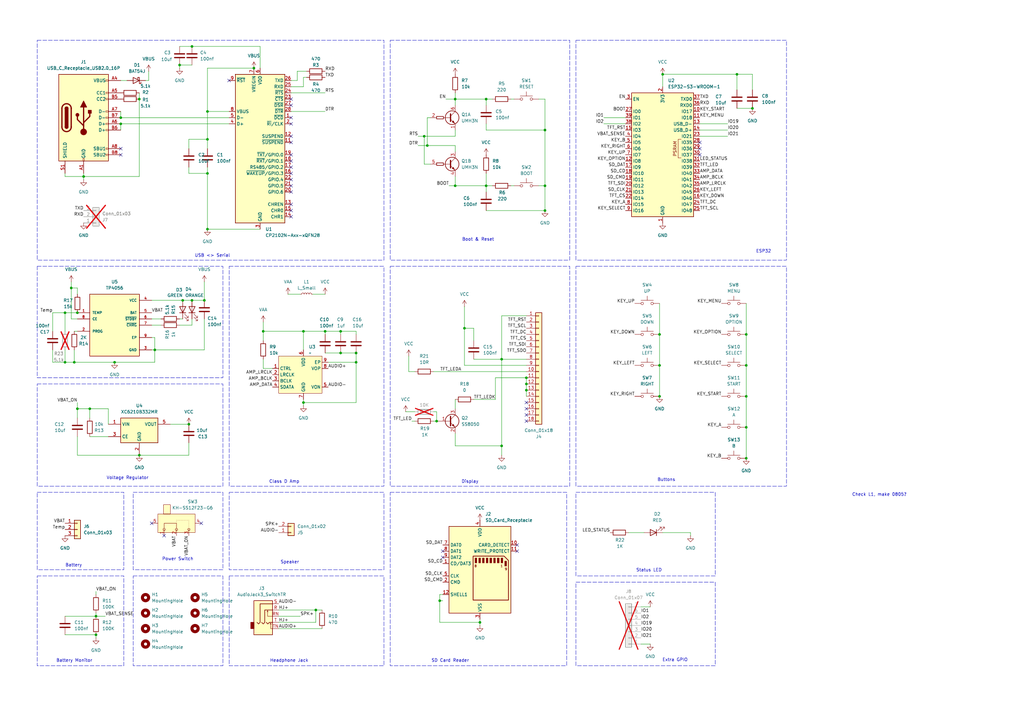
<source format=kicad_sch>
(kicad_sch (version 20250114) (generator "eeschema") (generator_version "9.0")
  (paper "A3")
  (rectangle (start 93.98 109.22) (end 157.48 199.39) (stroke (width 0) (type dash)))
  (rectangle (start 15.24 16.51) (end 157.48 106.68) (stroke (width 0) (type dash)))
  (rectangle (start 15.24 201.93) (end 50.8 233.68) (stroke (width 0) (type dash)))
  (rectangle (start 236.22 238.76) (end 293.37 273.05) (stroke (width 0) (type dash)))
  (rectangle (start 236.22 201.93) (end 293.37 236.22) (stroke (width 0) (type dash)))
  (rectangle (start 160.02 109.22) (end 233.68 199.39) (stroke (width 0) (type dash)))
  (rectangle (start 236.22 16.51) (end 322.58 106.68) (stroke (width 0) (type dash)))
  (rectangle (start 93.98 201.93) (end 157.48 233.68) (stroke (width 0) (type dash)))
  (rectangle (start 54.61 236.22) (end 91.44 273.05) (stroke (width 0) (type dash)))
  (rectangle (start 15.24 236.22) (end 50.8 273.05) (stroke (width 0) (type dash)))
  (rectangle (start 15.24 157.48) (end 91.44 199.39) (stroke (width 0) (type dash)))
  (rectangle (start 93.98 236.22) (end 157.48 273.05) (stroke (width 0) (type dash)))
  (rectangle (start 15.24 109.22) (end 91.44 154.94) (stroke (width 0) (type dash)))
  (rectangle (start 160.02 201.93) (end 232.41 273.05) (stroke (width 0) (type dash)))
  (rectangle (start 160.02 16.51) (end 233.68 106.68) (stroke (width 0) (type dash)))
  (rectangle (start 236.22 109.22) (end 322.58 199.39) (stroke (width 0) (type dash)))
  (rectangle (start 54.61 201.93) (end 91.44 233.68) (stroke (width 0) (type dash)))
  (text "Voltage Regulator" (at 52.324 196.088 0) (effects (font (size 1.27 1.27))))
  (text "Battery Monitor" (at 30.48 271.018 0) (effects (font (size 1.27 1.27))))
  (text "Headphone Jack" (at 118.618 271.018 0) (effects (font (size 1.27 1.27))))
  (text "Battery" (at 30.226 231.902 0) (effects (font (size 1.27 1.27))))
  (text "Status LED\n" (at 266.192 233.934 0) (effects (font (size 1.27 1.27))))
  (text "ESP32" (at 313.182 103.124 0) (effects (font (size 1.27 1.27))))
  (text "Check L1, make 0805?" (at 360.68 202.946 0) (effects (font (size 1.27 1.27))))
  (text "Display" (at 192.786 197.612 0) (effects (font (size 1.27 1.27))))
  (text "Speaker" (at 118.872 230.632 0) (effects (font (size 1.27 1.27))))
  (text "USB <> Serial" (at 87.122 104.902 0) (effects (font (size 1.27 1.27))))
  (text "Boot & Reset" (at 196.088 98.298 0) (effects (font (size 1.27 1.27))))
  (text "Class D Amp" (at 116.586 197.612 0) (effects (font (size 1.27 1.27))))
  (text "SD Card Reader" (at 184.658 271.018 0) (effects (font (size 1.27 1.27))))
  (text "Buttons" (at 273.304 196.85 0) (effects (font (size 1.27 1.27))))
  (text "Extra GPIO" (at 276.86 270.764 0) (effects (font (size 1.27 1.27))))
  (text "Power Switch" (at 72.898 229.362 0) (effects (font (size 1.27 1.27))))
  (junction (at 215.9 157.48))
  (junction (at 270.51 149.86))
  (junction (at 34.29 72.39))
  (junction (at 190.5 134.62))
  (junction (at 85.09 71.12))
  (junction (at 196.85 255.27))
  (junction (at 306.07 137.16))
  (junction (at 129.54 250.19))
  (junction (at 57.15 186.69))
  (junction (at 74.93 123.19))
  (junction (at 39.37 252.73))
  (junction (at 26.67 128.27))
  (junction (at 49.53 50.8))
  (junction (at 124.46 165.1))
  (junction (at 205.74 147.32))
  (junction (at 31.75 167.64))
  (junction (at 223.52 53.34))
  (junction (at 302.26 30.48))
  (junction (at 63.5 143.51))
  (junction (at 173.99 55.88))
  (junction (at 73.66 26.67))
  (junction (at 104.14 27.94))
  (junction (at 85.09 57.15))
  (junction (at 199.39 40.64))
  (junction (at 308.61 44.45))
  (junction (at 31.75 128.27))
  (junction (at 49.53 48.26))
  (junction (at 83.82 123.19))
  (junction (at 39.37 260.35))
  (junction (at 186.69 76.2))
  (junction (at 306.07 149.86))
  (junction (at 139.7 135.89))
  (junction (at 271.78 30.48))
  (junction (at 215.9 160.02))
  (junction (at 175.26 59.69))
  (junction (at 133.35 135.89))
  (junction (at 77.47 173.99))
  (junction (at 139.7 144.78))
  (junction (at 26.67 148.59))
  (junction (at 199.39 76.2))
  (junction (at 223.52 86.36))
  (junction (at 78.74 123.19))
  (junction (at 85.09 45.72))
  (junction (at 270.51 162.56))
  (junction (at 270.51 137.16))
  (junction (at 146.05 144.78))
  (junction (at 180.34 246.38))
  (junction (at 306.07 162.56))
  (junction (at 85.09 93.98))
  (junction (at 146.05 148.59))
  (junction (at 30.48 148.59))
  (junction (at 205.74 182.88))
  (junction (at 223.52 76.2))
  (junction (at 179.07 172.72))
  (junction (at 306.07 175.26))
  (junction (at 186.69 40.64))
  (junction (at 57.15 40.64))
  (junction (at 215.9 154.94))
  (junction (at 46.99 148.59))
  (junction (at 124.46 135.89))
  (junction (at 29.21 118.11))
  (junction (at 107.95 135.89))
  (junction (at 36.83 167.64))
  (junction (at 78.74 19.05))
  (junction (at 306.07 187.96))
  (no_connect (at 181.61 228.6))
  (no_connect (at 287.02 63.5))
  (no_connect (at 215.9 165.1))
  (no_connect (at 93.98 33.02))
  (no_connect (at 119.38 55.88))
  (no_connect (at 119.38 50.8))
  (no_connect (at 215.9 170.18))
  (no_connect (at 119.38 71.12))
  (no_connect (at 62.23 214.63))
  (no_connect (at 67.31 219.71))
  (no_connect (at 287.02 60.96))
  (no_connect (at 119.38 66.04))
  (no_connect (at 119.38 43.18))
  (no_connect (at 119.38 40.64))
  (no_connect (at 119.38 63.5))
  (no_connect (at 49.53 63.5))
  (no_connect (at 119.38 68.58))
  (no_connect (at 119.38 76.2))
  (no_connect (at 287.02 58.42))
  (no_connect (at 119.38 73.66))
  (no_connect (at 181.61 226.06))
  (no_connect (at 119.38 48.26))
  (no_connect (at 215.9 167.64))
  (no_connect (at 215.9 172.72))
  (no_connect (at 49.53 60.96))
  (no_connect (at 212.09 226.06))
  (no_connect (at 82.55 214.63))
  (no_connect (at 119.38 58.42))
  (no_connect (at 119.38 83.82))
  (no_connect (at 119.38 78.74))
  (no_connect (at 119.38 86.36))
  (no_connect (at 119.38 88.9))
  (no_connect (at 212.09 223.52))
  (wire (pts (xy 201.93 76.2) (xy 199.39 76.2)))
  (wire (pts (xy 114.3 252.73) (xy 123.19 252.73)))
  (wire (pts (xy 49.53 50.8) (xy 93.98 50.8)))
  (wire (pts (xy 175.26 59.69) (xy 186.69 59.69)))
  (wire (pts (xy 26.67 128.27) (xy 31.75 128.27)))
  (wire (pts (xy 181.61 246.38) (xy 180.34 246.38)))
  (wire (pts (xy 205.74 147.32) (xy 205.74 182.88)))
  (wire (pts (xy 31.75 130.81) (xy 29.21 130.81)))
  (wire (pts (xy 77.47 173.99) (xy 69.85 173.99)))
  (wire (pts (xy 74.93 123.19) (xy 78.74 123.19)))
  (wire (pts (xy 133.35 137.16) (xy 133.35 135.89)))
  (wire (pts (xy 77.47 186.69) (xy 57.15 186.69)))
  (wire (pts (xy 78.74 130.81) (xy 78.74 133.35)))
  (wire (pts (xy 177.8 168.91) (xy 179.07 168.91)))
  (wire (pts (xy 298.45 50.8) (xy 287.02 50.8)))
  (wire (pts (xy 139.7 135.89) (xy 146.05 135.89)))
  (wire (pts (xy 26.67 135.89) (xy 26.67 128.27)))
  (wire (pts (xy 43.18 252.73) (xy 39.37 252.73)))
  (wire (pts (xy 302.26 44.45) (xy 308.61 44.45)))
  (wire (pts (xy 146.05 165.1) (xy 146.05 148.59)))
  (wire (pts (xy 31.75 165.1) (xy 31.75 167.64)))
  (wire (pts (xy 205.74 147.32) (xy 205.74 129.54)))
  (wire (pts (xy 210.82 76.2) (xy 209.55 76.2)))
  (wire (pts (xy 57.15 40.64) (xy 57.15 72.39)))
  (wire (pts (xy 133.35 144.78) (xy 139.7 144.78)))
  (wire (pts (xy 167.64 152.4) (xy 170.18 152.4)))
  (wire (pts (xy 57.15 38.1) (xy 57.15 40.64)))
  (wire (pts (xy 190.5 134.62) (xy 190.5 149.86)))
  (wire (pts (xy 106.68 19.05) (xy 78.74 19.05)))
  (wire (pts (xy 186.69 76.2) (xy 186.69 72.39)))
  (wire (pts (xy 194.31 134.62) (xy 190.5 134.62)))
  (wire (pts (xy 118.11 120.65) (xy 123.19 120.65)))
  (wire (pts (xy 85.09 27.94) (xy 85.09 45.72)))
  (wire (pts (xy 146.05 148.59) (xy 146.05 144.78)))
  (wire (pts (xy 73.66 26.67) (xy 73.66 27.94)))
  (wire (pts (xy 306.07 137.16) (xy 306.07 149.86)))
  (wire (pts (xy 186.69 55.88) (xy 173.99 55.88)))
  (wire (pts (xy 308.61 36.83) (xy 308.61 30.48)))
  (wire (pts (xy 298.45 55.88) (xy 287.02 55.88)))
  (wire (pts (xy 21.59 128.27) (xy 26.67 128.27)))
  (wire (pts (xy 266.7 264.16) (xy 262.89 264.16)))
  (wire (pts (xy 30.48 143.51) (xy 30.48 148.59)))
  (wire (pts (xy 46.99 148.59) (xy 63.5 148.59)))
  (wire (pts (xy 129.54 250.19) (xy 132.08 250.19)))
  (wire (pts (xy 34.29 72.39) (xy 34.29 71.12)))
  (wire (pts (xy 179.07 168.91) (xy 179.07 172.72)))
  (wire (pts (xy 146.05 137.16) (xy 146.05 135.89)))
  (wire (pts (xy 77.47 57.15) (xy 85.09 57.15)))
  (wire (pts (xy 133.35 120.65) (xy 128.27 120.65)))
  (wire (pts (xy 49.53 50.8) (xy 49.53 53.34)))
  (wire (pts (xy 21.59 135.89) (xy 21.59 128.27)))
  (wire (pts (xy 26.67 260.35) (xy 39.37 260.35)))
  (wire (pts (xy 36.83 179.07) (xy 44.45 179.07)))
  (wire (pts (xy 104.14 27.94) (xy 85.09 27.94)))
  (wire (pts (xy 83.82 123.19) (xy 83.82 115.57)))
  (wire (pts (xy 66.04 130.81) (xy 62.23 130.81)))
  (wire (pts (xy 306.07 124.46) (xy 306.07 137.16)))
  (wire (pts (xy 186.69 182.88) (xy 186.69 177.8)))
  (wire (pts (xy 180.34 243.84) (xy 180.34 246.38)))
  (wire (pts (xy 26.67 71.12) (xy 26.67 72.39)))
  (wire (pts (xy 31.75 179.07) (xy 31.75 186.69)))
  (wire (pts (xy 302.26 36.83) (xy 302.26 30.48)))
  (wire (pts (xy 107.95 147.32) (xy 107.95 151.13)))
  (wire (pts (xy 166.37 168.91) (xy 170.18 168.91)))
  (wire (pts (xy 29.21 130.81) (xy 29.21 118.11)))
  (wire (pts (xy 199.39 71.12) (xy 199.39 76.2)))
  (wire (pts (xy 306.07 162.56) (xy 306.07 175.26)))
  (wire (pts (xy 215.9 160.02) (xy 215.9 157.48)))
  (wire (pts (xy 73.66 133.35) (xy 78.74 133.35)))
  (wire (pts (xy 186.69 53.34) (xy 186.69 55.88)))
  (wire (pts (xy 139.7 137.16) (xy 139.7 135.89)))
  (wire (pts (xy 220.98 76.2) (xy 223.52 76.2)))
  (wire (pts (xy 73.66 26.67) (xy 78.74 26.67)))
  (wire (pts (xy 107.95 132.08) (xy 107.95 135.89)))
  (wire (pts (xy 270.51 149.86) (xy 270.51 162.56)))
  (wire (pts (xy 133.35 38.1) (xy 119.38 38.1)))
  (wire (pts (xy 306.07 175.26) (xy 306.07 187.96)))
  (wire (pts (xy 199.39 78.74) (xy 199.39 76.2)))
  (wire (pts (xy 302.26 30.48) (xy 271.78 30.48)))
  (wire (pts (xy 168.91 172.72) (xy 170.18 172.72)))
  (wire (pts (xy 30.48 148.59) (xy 46.99 148.59)))
  (wire (pts (xy 39.37 261.62) (xy 39.37 260.35)))
  (wire (pts (xy 133.35 45.72) (xy 119.38 45.72)))
  (wire (pts (xy 121.92 33.02) (xy 119.38 33.02)))
  (wire (pts (xy 215.9 162.56) (xy 215.9 160.02)))
  (wire (pts (xy 271.78 218.44) (xy 283.21 218.44)))
  (wire (pts (xy 124.46 35.56) (xy 119.38 35.56)))
  (wire (pts (xy 199.39 53.34) (xy 199.39 50.8)))
  (wire (pts (xy 194.31 147.32) (xy 205.74 147.32)))
  (wire (pts (xy 26.67 143.51) (xy 26.67 148.59)))
  (wire (pts (xy 124.46 135.89) (xy 124.46 143.51)))
  (wire (pts (xy 85.09 68.58) (xy 85.09 71.12)))
  (wire (pts (xy 186.69 59.69) (xy 186.69 62.23)))
  (wire (pts (xy 77.47 181.61) (xy 77.47 186.69)))
  (wire (pts (xy 26.67 252.73) (xy 39.37 252.73)))
  (wire (pts (xy 173.99 67.31) (xy 176.53 67.31)))
  (wire (pts (xy 106.68 19.05) (xy 106.68 27.94)))
  (wire (pts (xy 139.7 144.78) (xy 146.05 144.78)))
  (wire (pts (xy 34.29 73.66) (xy 34.29 72.39)))
  (wire (pts (xy 31.75 118.11) (xy 31.75 120.65)))
  (wire (pts (xy 210.82 40.64) (xy 209.55 40.64)))
  (wire (pts (xy 190.5 125.73) (xy 190.5 134.62)))
  (wire (pts (xy 78.74 123.19) (xy 83.82 123.19)))
  (wire (pts (xy 125.73 29.21) (xy 121.92 29.21)))
  (wire (pts (xy 194.31 139.7) (xy 194.31 134.62)))
  (wire (pts (xy 114.3 250.19) (xy 129.54 250.19)))
  (wire (pts (xy 125.73 31.75) (xy 124.46 31.75)))
  (wire (pts (xy 26.67 72.39) (xy 34.29 72.39)))
  (wire (pts (xy 124.46 135.89) (xy 133.35 135.89)))
  (wire (pts (xy 180.34 255.27) (xy 196.85 255.27)))
  (wire (pts (xy 114.3 255.27) (xy 129.54 255.27)))
  (wire (pts (xy 270.51 124.46) (xy 270.51 137.16)))
  (wire (pts (xy 223.52 86.36) (xy 223.52 76.2)))
  (wire (pts (xy 44.45 167.64) (xy 36.83 167.64)))
  (wire (pts (xy 264.16 218.44) (xy 257.81 218.44)))
  (wire (pts (xy 247.65 48.26) (xy 256.54 48.26)))
  (wire (pts (xy 171.45 55.88) (xy 173.99 55.88)))
  (wire (pts (xy 306.07 149.86) (xy 306.07 162.56)))
  (wire (pts (xy 83.82 130.81) (xy 83.82 143.51)))
  (wire (pts (xy 36.83 171.45) (xy 36.83 167.64)))
  (wire (pts (xy 77.47 71.12) (xy 85.09 71.12)))
  (wire (pts (xy 63.5 138.43) (xy 63.5 143.51)))
  (wire (pts (xy 60.96 33.02) (xy 60.96 29.21)))
  (wire (pts (xy 85.09 71.12) (xy 85.09 93.98)))
  (wire (pts (xy 203.2 163.83) (xy 203.2 154.94)))
  (wire (pts (xy 74.93 130.81) (xy 73.66 130.81)))
  (wire (pts (xy 215.9 147.32) (xy 205.74 147.32)))
  (wire (pts (xy 134.62 148.59) (xy 146.05 148.59)))
  (wire (pts (xy 175.26 48.26) (xy 175.26 59.69)))
  (wire (pts (xy 63.5 143.51) (xy 63.5 148.59)))
  (wire (pts (xy 186.69 182.88) (xy 205.74 182.88)))
  (wire (pts (xy 66.04 133.35) (xy 62.23 133.35)))
  (wire (pts (xy 205.74 129.54) (xy 215.9 129.54)))
  (wire (pts (xy 85.09 57.15) (xy 85.09 45.72)))
  (wire (pts (xy 124.46 166.37) (xy 124.46 165.1)))
  (wire (pts (xy 171.45 59.69) (xy 175.26 59.69)))
  (wire (pts (xy 223.52 76.2) (xy 223.52 53.34)))
  (wire (pts (xy 26.67 148.59) (xy 30.48 148.59)))
  (wire (pts (xy 31.75 167.64) (xy 31.75 171.45)))
  (wire (pts (xy 266.7 248.92) (xy 262.89 248.92)))
  (wire (pts (xy 186.69 38.1) (xy 186.69 40.64)))
  (wire (pts (xy 199.39 76.2) (xy 186.69 76.2)))
  (wire (pts (xy 199.39 40.64) (xy 199.39 43.18)))
  (wire (pts (xy 184.15 76.2) (xy 186.69 76.2)))
  (wire (pts (xy 85.09 93.98) (xy 106.68 93.98)))
  (wire (pts (xy 36.83 167.64) (xy 31.75 167.64)))
  (wire (pts (xy 196.85 255.27) (xy 196.85 254)))
  (wire (pts (xy 203.2 154.94) (xy 215.9 154.94)))
  (wire (pts (xy 107.95 151.13) (xy 111.76 151.13)))
  (wire (pts (xy 30.48 135.89) (xy 31.75 135.89)))
  (wire (pts (xy 62.23 123.19) (xy 74.93 123.19)))
  (wire (pts (xy 180.34 246.38) (xy 180.34 255.27)))
  (wire (pts (xy 29.21 118.11) (xy 31.75 118.11)))
  (wire (pts (xy 78.74 19.05) (xy 73.66 19.05)))
  (wire (pts (xy 85.09 60.96) (xy 85.09 57.15)))
  (wire (pts (xy 186.69 163.83) (xy 186.69 167.64)))
  (wire (pts (xy 59.69 33.02) (xy 60.96 33.02)))
  (wire (pts (xy 247.65 50.8) (xy 256.54 50.8)))
  (wire (pts (xy 39.37 242.57) (xy 39.37 243.84)))
  (wire (pts (xy 114.3 257.81) (xy 132.08 257.81)))
  (wire (pts (xy 124.46 165.1) (xy 124.46 163.83)))
  (wire (pts (xy 124.46 31.75) (xy 124.46 35.56)))
  (wire (pts (xy 177.8 152.4) (xy 215.9 152.4)))
  (wire (pts (xy 29.21 118.11) (xy 29.21 115.57)))
  (wire (pts (xy 21.59 143.51) (xy 21.59 148.59)))
  (wire (pts (xy 271.78 30.48) (xy 271.78 35.56)))
  (wire (pts (xy 215.9 154.94) (xy 215.9 157.48)))
  (wire (pts (xy 196.85 256.54) (xy 196.85 255.27)))
  (wire (pts (xy 308.61 30.48) (xy 302.26 30.48)))
  (wire (pts (xy 44.45 173.99) (xy 44.45 167.64)))
  (wire (pts (xy 49.53 45.72) (xy 49.53 48.26)))
  (wire (pts (xy 63.5 143.51) (xy 83.82 143.51)))
  (wire (pts (xy 167.64 146.05) (xy 167.64 152.4)))
  (wire (pts (xy 121.92 29.21) (xy 121.92 33.02)))
  (wire (pts (xy 199.39 40.64) (xy 186.69 40.64)))
  (wire (pts (xy 298.45 53.34) (xy 287.02 53.34)))
  (wire (pts (xy 182.88 40.64) (xy 186.69 40.64)))
  (wire (pts (xy 124.46 165.1) (xy 146.05 165.1)))
  (wire (pts (xy 57.15 72.39) (xy 34.29 72.39)))
  (wire (pts (xy 62.23 143.51) (xy 63.5 143.51)))
  (wire (pts (xy 21.59 148.59) (xy 26.67 148.59)))
  (wire (pts (xy 133.35 135.89) (xy 139.7 135.89)))
  (wire (pts (xy 181.61 243.84) (xy 180.34 243.84)))
  (wire (pts (xy 223.52 40.64) (xy 223.52 53.34)))
  (wire (pts (xy 190.5 149.86) (xy 215.9 149.86)))
  (wire (pts (xy 283.21 218.44) (xy 283.21 219.71)))
  (wire (pts (xy 39.37 251.46) (xy 39.37 252.73)))
  (wire (pts (xy 49.53 48.26) (xy 93.98 48.26)))
  (wire (pts (xy 85.09 45.72) (xy 93.98 45.72)))
  (wire (pts (xy 77.47 68.58) (xy 77.47 71.12)))
  (wire (pts (xy 223.52 53.34) (xy 199.39 53.34)))
  (wire (pts (xy 62.23 138.43) (xy 63.5 138.43)))
  (wire (pts (xy 201.93 40.64) (xy 199.39 40.64)))
  (wire (pts (xy 205.74 186.69) (xy 205.74 182.88)))
  (wire (pts (xy 31.75 186.69) (xy 57.15 186.69)))
  (wire (pts (xy 194.31 163.83) (xy 203.2 163.83)))
  (wire (pts (xy 52.07 33.02) (xy 49.53 33.02)))
  (wire (pts (xy 173.99 55.88) (xy 173.99 67.31)))
  (wire (pts (xy 77.47 57.15) (xy 77.47 60.96)))
  (wire (pts (xy 107.95 135.89) (xy 124.46 135.89)))
  (wire (pts (xy 177.8 172.72) (xy 179.07 172.72)))
  (wire (pts (xy 107.95 139.7) (xy 107.95 135.89)))
  (wire (pts (xy 199.39 86.36) (xy 223.52 86.36)))
  (wire (pts (xy 270.51 137.16) (xy 270.51 149.86)))
  (wire (pts (xy 186.69 40.64) (xy 186.69 43.18)))
  (wire (pts (xy 129.54 250.19) (xy 129.54 255.27)))
  (wire (pts (xy 220.98 40.64) (xy 223.52 40.64)))
  (wire (pts (xy 175.26 48.26) (xy 176.53 48.26)))
  (label "SPK+" (at 123.19 252.73 0))
  (label "KEY_OPTION" (at 256.54 66.04 180))
  (label "TFT_SCL" (at 215.9 134.62 180))
  (label "IO19" (at 298.45 50.8 0))
  (label "SD_DAT" (at 256.54 68.58 180))
  (label "TFT_CS" (at 215.9 139.7 180))
  (label "VBAT" (at 62.23 128.27 0))
  (label "KEY_SELECT" (at 295.91 149.86 180))
  (label "KEY_DOWN" (at 287.02 81.28 0))
  (label "TFT_LED" (at 287.02 68.58 0))
  (label "SD_DAT" (at 181.61 223.52 180))
  (label "VBAT" (at 72.39 219.71 270))
  (label "IO1" (at 247.65 48.26 180))
  (label "VBAT_ON" (at 77.47 219.71 270))
  (label "KEY_RIGHT" (at 260.35 162.56 180))
  (label "RTS" (at 171.45 55.88 180))
  (label "EN" (at 256.54 40.64 180))
  (label "TXD" (at 34.29 86.36 180))
  (label "TFT_LEDA" (at 189.23 152.4 180))
  (label "KEY_START" (at 295.91 162.56 180))
  (label "KEY_OPTION" (at 295.91 137.16 180))
  (label "LED_STATUS" (at 287.02 66.04 0))
  (label "EN" (at 182.88 40.64 180))
  (label "SD_CLK" (at 181.61 236.22 180))
  (label "KEY_SELECT" (at 256.54 86.36 180))
  (label "DTR" (at 133.35 45.72 0))
  (label "AMP_DATA" (at 287.02 71.12 0))
  (label "KEY_START" (at 287.02 45.72 0))
  (label "AUDIO-" (at 134.62 158.75 0))
  (label "AUDIO+" (at 114.3 257.81 0))
  (label "KEY_LEFT" (at 287.02 78.74 0))
  (label "RTS" (at 133.35 38.1 0))
  (label "VBAT_SENSE" (at 256.54 55.88 180))
  (label "Temp" (at 26.67 217.17 180))
  (label "SD_CD" (at 256.54 71.12 180))
  (label "IO2" (at 247.65 50.8 180))
  (label "KEY_UP" (at 260.35 124.46 180))
  (label "IO20" (at 298.45 53.34 0))
  (label "VBAT_SENSE" (at 43.18 252.73 0))
  (label "TFT_CS" (at 256.54 81.28 180))
  (label "KEY_RIGHT" (at 256.54 60.96 180))
  (label "KEY_LEFT" (at 260.35 149.86 180))
  (label "TFT_DC" (at 287.02 83.82 0))
  (label "HJ+" (at 114.3 255.27 0))
  (label "TFT_SDO" (at 215.9 144.78 180))
  (label "LED_STATUS" (at 250.19 218.44 180))
  (label "HJ+" (at 114.3 250.19 0))
  (label "TFT_RST" (at 215.9 132.08 180))
  (label "TFT_LED" (at 168.91 172.72 180))
  (label "IO2" (at 262.89 254 0))
  (label "SD_CMD" (at 181.61 238.76 180))
  (label "AMP_BCLK" (at 287.02 73.66 0))
  (label "TXD" (at 287.02 40.64 0))
  (label "TFT_SDI" (at 215.9 142.24 180))
  (label "VBAT" (at 26.67 214.63 180))
  (label "RXD" (at 287.02 43.18 0))
  (label "VBAT_ON" (at 39.37 242.57 0))
  (label "BOOT" (at 184.15 76.2 180))
  (label "RXD" (at 34.29 88.9 180))
  (label "AMP_LRCLK" (at 111.76 153.67 180))
  (label "KEY_DOWN" (at 260.35 137.16 180))
  (label "KEY_B" (at 295.91 187.96 180))
  (label "TXD" (at 133.35 31.75 0))
  (label "KEY_A" (at 295.91 175.26 180))
  (label "SD_CD" (at 181.61 231.14 180))
  (label "VBAT_ON" (at 31.75 165.1 180))
  (label "KEY_B" (at 256.54 58.42 180))
  (label "TFT_DC" (at 215.9 137.16 180))
  (label "BOOT" (at 256.54 45.72 180))
  (label "KEY_MENU" (at 295.91 124.46 180))
  (label "SPK+" (at 114.3 215.9 180))
  (label "IO1" (at 262.89 251.46 0))
  (label "KEY_UP" (at 256.54 63.5 180))
  (label "KEY_A" (at 256.54 83.82 180))
  (label "IO20" (at 262.89 259.08 0))
  (label "IO21" (at 262.89 261.62 0))
  (label "TFT_SDI" (at 256.54 76.2 180))
  (label "TFT_RST" (at 256.54 53.34 180))
  (label "AUDIO-" (at 114.3 218.44 180))
  (label "AMP_DATA" (at 111.76 158.75 180))
  (label "TFT_LEDK" (at 203.2 163.83 180))
  (label "AMP_BCLK" (at 111.76 156.21 180))
  (label "IO21" (at 298.45 55.88 0))
  (label "TFT_SCL" (at 287.02 86.36 0))
  (label "SD_CMD" (at 256.54 73.66 180))
  (label "AMP_LRCLK" (at 287.02 76.2 0))
  (label "SD_CLK" (at 256.54 78.74 180))
  (label "AUDIO-" (at 114.3 247.65 0))
  (label "Temp" (at 21.59 128.27 180))
  (label "KEY_MENU" (at 287.02 48.26 0))
  (label "RXD" (at 133.35 29.21 0))
  (label "IO19" (at 262.89 256.54 0))
  (label "DTR" (at 171.45 59.69 180))
  (label "AUDIO+" (at 134.62 151.13 0))
  (symbol (lib_id "Connector:SD_Card_Receptacle") (at 196.85 233.68 0) (unit 1)
    (property "Reference" "J2" (at 199.0441 210.82 0) (effects (justify left)))
    (property "Value" "SD_Card_Receptacle" (at 199.0441 213.36 0) (effects (justify left)))
    (property "Footprint" "Connector_Card:SD_TE_2041021" (effects (hide yes)))
    (property "Datasheet" "http://portal.fciconnect.com/Comergent//fci/drawing/10067847.pdf" (effects (hide yes)))
    (property "Description" "SD card receptacle" (effects (hide yes)))
  )
  (symbol (lib_id "Device:R") (at 173.99 152.4 90) (unit 1)
    (property "Reference" "R21" (at 173.99 146.05 90))
    (property "Value" "10R" (at 173.99 148.59 90))
    (property "Footprint" "Resistor_SMD:R_0603_1608Metric_Pad0.98x0.95mm_HandSolder" (effects (hide yes)))
    (property "Description" "Resistor" (effects (hide yes)))
  )
  (symbol (lib_id "power:VCC") (at 186.69 30.48 0) (unit 1)
    (property "Reference" "#PWR6" (effects (hide yes)))
    (property "Value" "VCC" (at 186.69 25.4 0))
    (property "Description" "Power symbol creates a global label with name \"VCC\"" (effects (hide yes)))
  )
  (symbol (lib_id "Switch:SW_Push") (at 265.43 162.56 0) (unit 1)
    (property "Reference" "SW7" (at 265.43 154.94 0))
    (property "Value" "RIGHT" (at 265.43 157.48 0))
    (property "Footprint" "Button_Switch_SMD:SW_SPST_SKQG_WithStem" (effects (hide yes)))
    (property "Description" "Push button switch, generic, two pins" (effects (hide yes)))
  )
  (symbol (lib_id "Device:LED") (at 78.74 127 90) (unit 1)
    (property "Reference" "D4" (at 75.946 118.618 90) (effects (justify right)))
    (property "Value" "ORANGE" (at 75.946 121.158 90) (effects (justify right)))
    (property "Footprint" "LED_SMD:LED_0805_2012Metric_Pad1.15x1.40mm_HandSolder" (effects (hide yes)))
    (property "Description" "Light emitting diode" (effects (hide yes)))
    (property "Sim.Pins" "1=K 2=A" (effects (hide yes)))
  )
  (symbol (lib_id "Connector_Generic:Conn_01x03") (at 31.75 217.17 0) (unit 1)
    (property "Reference" "J6" (at 34.29 215.8999 0) (effects (justify left)))
    (property "Value" "Conn_01x03" (at 34.29 218.4399 0) (effects (justify left)))
    (property "Footprint" "AMPHENOL_10114830-10103LF:AMPHENOL_10114830-10103LF" (effects (hide yes)))
    (property "Description" "Generic connector, single row, 01x03, script generated (kicad-library-utils/schlib/autogen/connector/)" (effects (hide yes)))
  )
  (symbol (lib_id "Transistor_BJT:UMH3N") (at 181.61 67.31 0) (unit 2)
    (property "Reference" "Q1" (at 189.23 66.0399 0) (effects (justify left)))
    (property "Value" "UMH3N" (at 189.23 68.5799 0) (effects (justify left)))
    (property "Footprint" "Package_TO_SOT_SMD:SOT-363_SC-70-6" (effects (hide yes)))
    (property "Datasheet" "http://rohmfs.rohm.com/en/products/databook/datasheet/discrete/transistor/digital/emh3t2r-e.pdf" (effects (hide yes)))
    (property "Description" "0.1A Ic, 50V Vce, Dual NPN Input Resistor Transistors, SOT-363" (effects (hide yes)))
  )
  (symbol (lib_id "Device:C") (at 146.05 140.97 0) (unit 1)
    (property "Reference" "C16" (at 144.526 131.064 0) (effects (justify left)))
    (property "Value" "10uf" (at 144.526 133.604 0) (effects (justify left)))
    (property "Footprint" "Capacitor_SMD:C_0805_2012Metric_Pad1.18x1.45mm_HandSolder" (effects (hide yes)))
    (property "Description" "Unpolarized capacitor" (effects (hide yes)))
  )
  (symbol (lib_id "Device:R") (at 129.54 31.75 90) (unit 1)
    (property "Reference" "R4" (at 129.54 34.544 90))
    (property "Value" "470" (at 129.54 37.084 90))
    (property "Footprint" "Resistor_SMD:R_0603_1608Metric_Pad0.98x0.95mm_HandSolder" (effects (hide yes)))
    (property "Description" "Resistor" (effects (hide yes)))
  )
  (symbol (lib_id "Device:C") (at 31.75 175.26 180) (unit 1)
    (property "Reference" "C12" (at 22.352 173.99 0) (effects (justify right)))
    (property "Value" "10uf" (at 22.352 176.53 0) (effects (justify right)))
    (property "Footprint" "Capacitor_SMD:C_0603_1608Metric_Pad1.08x0.95mm_HandSolder" (effects (hide yes)))
    (property "Description" "Unpolarized capacitor" (effects (hide yes)))
  )
  (symbol (lib_id "Regulator_Linear:XC6210B332MR") (at 57.15 176.53 0) (unit 1)
    (property "Reference" "U4" (at 57.15 166.37 0))
    (property "Value" "XC6210B332MR" (at 57.15 168.91 0))
    (property "Footprint" "Package_TO_SOT_SMD:SOT-23-5" (effects (hide yes)))
    (property "Datasheet" "https://www.torexsemi.com/file/xc6210/XC6210.pdf" (effects (hide yes)))
    (property "Description" "700mA, Low Drop-out Voltage Regulator, Fixed Output 3.3V, SOT-23-5" (effects (hide yes)))
  )
  (symbol (lib_id "Device:C") (at 78.74 22.86 0) (unit 1)
    (property "Reference" "C4" (at 82.042 21.59 0) (effects (justify left)))
    (property "Value" "100nf" (at 82.042 24.13 0) (effects (justify left)))
    (property "Footprint" "Capacitor_SMD:C_0603_1608Metric_Pad1.08x0.95mm_HandSolder" (effects (hide yes)))
    (property "Description" "Unpolarized capacitor" (effects (hide yes)))
  )
  (symbol (lib_id "Device:R") (at 129.54 29.21 90) (unit 1)
    (property "Reference" "R3" (at 129.54 26.67 90))
    (property "Value" "470" (at 129.54 24.13 90))
    (property "Footprint" "Resistor_SMD:R_0603_1608Metric_Pad0.98x0.95mm_HandSolder" (effects (hide yes)))
    (property "Description" "Resistor" (effects (hide yes)))
  )
  (symbol (lib_id "Mechanical:MountingHole") (at 59.69 264.16 0) (unit 1) (exclude_from_sim yes) (in_bom no)
    (property "Reference" "H4" (at 62.23 262.8899 0) (effects (justify left)))
    (property "Value" "MountingHole" (at 62.23 265.4299 0) (effects (justify left)))
    (property "Footprint" "MountingHole:MountingHole_2.7mm_M2.5" (effects (hide yes)))
    (property "Description" "Mounting Hole without connection" (effects (hide yes)))
  )
  (symbol (lib_id "power:VCC") (at 199.39 63.5 0) (unit 1)
    (property "Reference" "#PWR8" (effects (hide yes)))
    (property "Value" "VCC" (at 199.39 58.42 0))
    (property "Description" "Power symbol creates a global label with name \"VCC\"" (effects (hide yes)))
  )
  (symbol (lib_id "Connector_Audio:AudioJack3_SwitchTR") (at 109.22 250.19 0) (unit 1)
    (property "Reference" "J3" (at 107.315 241.3 0))
    (property "Value" "AudioJack3_SwitchTR" (at 107.315 243.84 0))
    (property "Footprint" "Connector_Audio:Jack_3.5mm_Ledino_KB3SPRS_Horizontal" (effects (hide yes)))
    (property "Description" "Audio Jack, 3 Poles (Stereo / TRS), Switched TR Poles (Normalling)" (effects (hide yes)))
  )
  (symbol (lib_id "Mechanical:MountingHole") (at 59.69 257.81 0) (unit 1) (exclude_from_sim yes) (in_bom no)
    (property "Reference" "H3" (at 62.23 256.5399 0) (effects (justify left)))
    (property "Value" "MountingHole" (at 62.23 259.0799 0) (effects (justify left)))
    (property "Footprint" "MountingHole:MountingHole_2.7mm_M2.5" (effects (hide yes)))
    (property "Description" "Mounting Hole without connection" (effects (hide yes)))
  )
  (symbol (lib_id "power:GND") (at 271.78 91.44 0) (unit 1)
    (property "Reference" "#PWR11" (effects (hide yes)))
    (property "Value" "GND" (at 271.78 96.52 0))
    (property "Description" "Power symbol creates a global label with name \"GND\" , ground" (effects (hide yes)))
  )
  (symbol (lib_id "Connector_Generic:Conn_01x03") (at 39.37 88.9 0) (mirror x) (unit 1) (dnp yes)
    (property "Reference" "J7" (at 41.91 90.1701 0) (effects (justify left)))
    (property "Value" "Conn_01x03" (at 41.91 87.6301 0) (effects (justify left)))
    (property "Footprint" "Connector_PinHeader_2.54mm:PinHeader_1x03_P2.54mm_Vertical" (effects (hide yes)))
    (property "Description" "Generic connector, single row, 01x03, script generated (kicad-library-utils/schlib/autogen/connector/)" (effects (hide yes)))
  )
  (symbol (lib_id "Device:R") (at 205.74 40.64 90) (unit 1)
    (property "Reference" "R5" (at 205.74 34.29 90))
    (property "Value" "220" (at 205.74 36.83 90))
    (property "Footprint" "Resistor_SMD:R_0603_1608Metric_Pad0.98x0.95mm_HandSolder" (effects (hide yes)))
    (property "Description" "Resistor" (effects (hide yes)))
  )
  (symbol (lib_id "Mechanical:MountingHole") (at 80.01 257.81 0) (unit 1) (exclude_from_sim yes) (in_bom no)
    (property "Reference" "H7" (at 82.55 256.5399 0) (effects (justify left)))
    (property "Value" "MountingHole" (at 82.55 259.0799 0) (effects (justify left)))
    (property "Footprint" "MountingHole:MountingHole_3.5mm" (effects (hide yes)))
    (property "Description" "Mounting Hole without connection" (effects (hide yes)))
  )
  (symbol (lib_id "Switch:SW_Push") (at 300.99 175.26 0) (unit 1)
    (property "Reference" "SW12" (at 300.99 167.64 0))
    (property "Value" "A" (at 300.99 170.18 0))
    (property "Footprint" "Button_Switch_SMD:SW_SPST_SKQG_WithStem" (effects (hide yes)))
    (property "Description" "Push button switch, generic, two pins" (effects (hide yes)))
  )
  (symbol (lib_id "power:GND") (at 57.15 186.69 0) (unit 1)
    (property "Reference" "#PWR18" (effects (hide yes)))
    (property "Value" "GND" (at 57.15 191.77 0))
    (property "Description" "Power symbol creates a global label with name \"GND\" , ground" (effects (hide yes)))
  )
  (symbol (lib_id "Switch:SW_Push") (at 265.43 124.46 0) (unit 1)
    (property "Reference" "SW4" (at 265.43 116.84 0))
    (property "Value" "UP" (at 265.43 119.38 0))
    (property "Footprint" "Button_Switch_SMD:SW_SPST_SKQG_WithStem" (effects (hide yes)))
    (property "Description" "Push button switch, generic, two pins" (effects (hide yes)))
  )
  (symbol (lib_id "power:VCC") (at 196.85 213.36 0) (unit 1)
    (property "Reference" "#PWR13" (effects (hide yes)))
    (property "Value" "VCC" (at 196.85 208.28 0))
    (property "Description" "Power symbol creates a global label with name \"VCC\"" (effects (hide yes)))
  )
  (symbol (lib_id "Device:R") (at 254 218.44 90) (unit 1)
    (property "Reference" "R22" (at 254.254 221.488 90))
    (property "Value" "1K" (at 254.254 224.028 90))
    (property "Footprint" "Resistor_SMD:R_0603_1608Metric_Pad0.98x0.95mm_HandSolder" (effects (hide yes)))
    (property "Description" "Resistor" (effects (hide yes)))
  )
  (symbol (lib_id "NS4168:NS4168") (at 119.38 153.67 0) (unit 1)
    (property "Reference" "U3" (at 126.6541 142.24 0) (effects (justify left)))
    (property "Value" "~" (at 126.6541 144.78 0) (effects (justify left)))
    (property "Footprint" "Package_SO:SOP-8-1EP_4.57x4.57mm_P1.27mm_EP4.57x4.45mm_ThermalVias" (effects (hide yes)))
  )
  (symbol (lib_id "Device:C") (at 26.67 256.54 0) (unit 1)
    (property "Reference" "C11" (at 30.48 255.2699 0) (effects (justify left)))
    (property "Value" "100nf" (at 30.48 257.8099 0) (effects (justify left)))
    (property "Footprint" "Capacitor_SMD:C_0603_1608Metric_Pad1.08x0.95mm_HandSolder" (effects (hide yes)))
    (property "Description" "Unpolarized capacitor" (effects (hide yes)))
  )
  (symbol (lib_id "Device:R") (at 36.83 175.26 0) (unit 1)
    (property "Reference" "R13" (at 40.64 176.53 0))
    (property "Value" "10k" (at 40.64 173.99 0))
    (property "Footprint" "Resistor_SMD:R_0603_1608Metric_Pad0.98x0.95mm_HandSolder" (effects (hide yes)))
    (property "Description" "Resistor" (effects (hide yes)))
  )
  (symbol (lib_id "Device:R") (at 69.85 130.81 90) (unit 1)
    (property "Reference" "R15" (at 71.12 127 0))
    (property "Value" "5.1k" (at 68.58 127 0))
    (property "Footprint" "Resistor_SMD:R_0603_1608Metric_Pad0.98x0.95mm_HandSolder" (effects (hide yes)))
    (property "Description" "Resistor" (effects (hide yes)))
  )
  (symbol (lib_id "power:GND") (at 205.74 186.69 0) (mirror y) (unit 1)
    (property "Reference" "#PWR24" (effects (hide yes)))
    (property "Value" "GND" (at 205.74 191.77 0))
    (property "Description" "Power symbol creates a global label with name \"GND\" , ground" (effects (hide yes)))
  )
  (symbol (lib_id "Device:R") (at 173.99 172.72 90) (unit 1)
    (property "Reference" "R19" (at 174.244 175.768 90))
    (property "Value" "1K" (at 174.244 178.308 90))
    (property "Footprint" "Resistor_SMD:R_0603_1608Metric_Pad0.98x0.95mm_HandSolder" (effects (hide yes)))
    (property "Description" "Resistor" (effects (hide yes)))
  )
  (symbol (lib_id "Device:R") (at 186.69 34.29 180) (unit 1)
    (property "Reference" "R7" (at 189.23 33.0199 0) (effects (justify right)))
    (property "Value" "10k" (at 189.23 35.5599 0) (effects (justify right)))
    (property "Footprint" "Resistor_SMD:R_0603_1608Metric_Pad0.98x0.95mm_HandSolder" (effects (hide yes)))
    (property "Description" "Resistor" (effects (hide yes)))
  )
  (symbol (lib_id "power:GND") (at 73.66 27.94 0) (unit 1)
    (property "Reference" "#PWR5" (effects (hide yes)))
    (property "Value" "GND" (at 73.66 33.02 0))
    (property "Description" "Power symbol creates a global label with name \"GND\" , ground" (effects (hide yes)))
  )
  (symbol (lib_id "Connector_Generic:Conn_01x02") (at 119.38 218.44 0) (mirror x) (unit 1)
    (property "Reference" "J5" (at 121.92 218.4401 0) (effects (justify left)))
    (property "Value" "Conn_01x02" (at 121.92 215.9001 0) (effects (justify left)))
    (property "Footprint" "AMPHENOL_10114830-10102LF:AMPHENOL_10114830-10102LF" (effects (hide yes)))
    (property "Description" "Generic connector, single row, 01x02, script generated (kicad-library-utils/schlib/autogen/connector/)" (effects (hide yes)))
  )
  (symbol (lib_id "Mechanical:MountingHole") (at 59.69 251.46 0) (unit 1) (exclude_from_sim yes) (in_bom no)
    (property "Reference" "H2" (at 62.23 250.1899 0) (effects (justify left)))
    (property "Value" "MountingHole" (at 62.23 252.7299 0) (effects (justify left)))
    (property "Footprint" "MountingHole:MountingHole_2.7mm_M2.5" (effects (hide yes)))
    (property "Description" "Mounting Hole without connection" (effects (hide yes)))
  )
  (symbol (lib_id "Device:LED") (at 74.93 127 90) (unit 1)
    (property "Reference" "D3" (at 72.136 118.872 90) (effects (justify right)))
    (property "Value" "GREEN" (at 68.58 121.158 90) (effects (justify right)))
    (property "Footprint" "LED_SMD:LED_0805_2012Metric_Pad1.15x1.40mm_HandSolder" (effects (hide yes)))
    (property "Description" "Light emitting diode" (effects (hide yes)))
    (property "Sim.Pins" "1=K 2=A" (effects (hide yes)))
  )
  (symbol (lib_id "Connector_Generic:Conn_01x07") (at 257.81 256.54 180) (unit 1) (dnp yes)
    (property "Reference" "J8" (at 257.81 242.57 0))
    (property "Value" "Conn_01x07" (at 257.81 245.11 0))
    (property "Footprint" "Connector_JST:JST_GH_SM07B-GHS-TB_1x07-1MP_P1.25mm_Horizontal" (effects (hide yes)))
    (property "Description" "Generic connector, single row, 01x07, script generated (kicad-library-utils/schlib/autogen/connector/)" (effects (hide yes)))
  )
  (symbol (lib_id "Switch:SW_Push") (at 300.99 187.96 0) (unit 1)
    (property "Reference" "SW13" (at 300.99 180.34 0))
    (property "Value" "B" (at 300.99 182.88 0))
    (property "Footprint" "Button_Switch_SMD:SW_SPST_SKQG_WithStem" (effects (hide yes)))
    (property "Description" "Push button switch, generic, two pins" (effects (hide yes)))
  )
  (symbol (lib_id "Device:R") (at 39.37 256.54 0) (unit 1)
    (property "Reference" "R12" (at 41.91 255.2699 0) (effects (justify left)))
    (property "Value" "100K" (at 41.91 257.8099 0) (effects (justify left)))
    (property "Footprint" "Resistor_SMD:R_0603_1608Metric_Pad0.98x0.95mm_HandSolder" (effects (hide yes)))
    (property "Description" "Resistor" (effects (hide yes)))
  )
  (symbol (lib_id "Device:C") (at 21.59 139.7 180) (unit 1)
    (property "Reference" "C17" (at 20.32 136.144 0) (effects (justify left)))
    (property "Value" "100nf" (at 20.32 133.604 0) (effects (justify left)))
    (property "Footprint" "Capacitor_SMD:C_0603_1608Metric_Pad1.08x0.95mm_HandSolder" (effects (hide yes)))
    (property "Description" "Unpolarized capacitor" (effects (hide yes)))
  )
  (symbol (lib_id "Device:R") (at 31.75 124.46 180) (unit 1)
    (property "Reference" "R17" (at 27.94 123.19 0))
    (property "Value" "15k" (at 27.94 125.73 0))
    (property "Footprint" "Resistor_SMD:R_0603_1608Metric_Pad0.98x0.95mm_HandSolder" (effects (hide yes)))
    (property "Description" "Resistor" (effects (hide yes)))
  )
  (symbol (lib_id "Device:R") (at 190.5 163.83 90) (unit 1)
    (property "Reference" "R18" (at 190.5 157.48 90))
    (property "Value" "0" (at 190.5 160.02 90))
    (property "Footprint" "Resistor_SMD:R_0603_1608Metric_Pad0.98x0.95mm_HandSolder" (effects (hide yes)))
    (property "Description" "Resistor" (effects (hide yes)))
  )
  (symbol (lib_id "Device:R") (at 173.99 168.91 270) (unit 1) (dnp yes)
    (property "Reference" "R20" (at 173.99 168.656 90))
    (property "Value" "10K" (at 173.99 166.116 90))
    (property "Footprint" "Resistor_SMD:R_0603_1608Metric_Pad0.98x0.95mm_HandSolder" (effects (hide yes)))
    (property "Description" "Resistor" (effects (hide yes)))
  )
  (symbol (lib_id "power:GND") (at 266.7 264.16 0) (unit 1)
    (property "Reference" "#PWR030" (effects (hide yes)))
    (property "Value" "GND" (at 266.7 269.24 0))
    (property "Description" "Power symbol creates a global label with name \"GND\" , ground" (effects (hide yes)))
  )
  (symbol (lib_id "Device:R") (at 132.08 254 0) (unit 1)
    (property "Reference" "R10" (at 134.62 252.7299 0) (effects (justify left)))
    (property "Value" "470" (at 134.62 255.2699 0) (effects (justify left)))
    (property "Footprint" "Resistor_SMD:R_0603_1608Metric_Pad0.98x0.95mm_HandSolder" (effects (hide yes)))
    (property "Description" "Resistor" (effects (hide yes)))
  )
  (symbol (lib_id "power:GND") (at 283.21 219.71 0) (mirror y) (unit 1)
    (property "Reference" "#PWR032" (effects (hide yes)))
    (property "Value" "GND" (at 283.21 224.79 0))
    (property "Description" "Power symbol creates a global label with name \"GND\" , ground" (effects (hide yes)))
  )
  (symbol (lib_id "power:VCC") (at 167.64 146.05 0) (mirror y) (unit 1)
    (property "Reference" "#PWR27" (effects (hide yes)))
    (property "Value" "VCC" (at 167.64 140.97 0))
    (property "Description" "Power symbol creates a global label with name \"VCC\"" (effects (hide yes)))
  )
  (symbol (lib_id "power:GND") (at 124.46 166.37 0) (unit 1)
    (property "Reference" "#PWR15" (effects (hide yes)))
    (property "Value" "GND" (at 124.46 171.45 0))
    (property "Description" "Power symbol creates a global label with name \"GND\" , ground" (effects (hide yes)))
  )
  (symbol (lib_id "Switch:SW_Push") (at 265.43 149.86 0) (unit 1)
    (property "Reference" "SW6" (at 265.43 142.24 0))
    (property "Value" "LEFT" (at 265.43 144.78 0))
    (property "Footprint" "Button_Switch_SMD:SW_SPST_SKQG_WithStem" (effects (hide yes)))
    (property "Description" "Push button switch, generic, two pins" (effects (hide yes)))
  )
  (symbol (lib_id "Connector:USB_C_Receptacle_USB2.0_16P") (at 34.29 48.26 0) (unit 1)
    (property "Reference" "J1" (at 34.29 25.4 0))
    (property "Value" "USB_C_Receptacle_USB2.0_16P" (at 34.29 27.94 0))
    (property "Footprint" "Connector_USB:USB_C_Receptacle_GCT_USB4105-xx-A_16P_TopMnt_Horizontal" (effects (hide yes)))
    (property "Datasheet" "https://www.usb.org/sites/default/files/documents/usb_type-c.zip" (effects (hide yes)))
    (property "Description" "USB 2.0-only 16P Type-C Receptacle connector" (effects (hide yes)))
  )
  (symbol (lib_id "Switch:SW_SPDT") (at 74.93 214.63 0) (unit 1)
    (property "Reference" "SW3" (at 78.994 205.74 0))
    (property "Value" "KH-SS12F23-G6" (at 78.994 208.28 0))
    (property "Footprint" "Button_Switch_THT:SW_Slide_SPDT_Angled_CK_OS102011MA1Q" (effects (hide yes)))
    (property "Description" "Switch, single pole double throw" (effects (hide yes)))
  )
  (symbol (lib_id "Mechanical:MountingHole") (at 80.01 251.46 0) (unit 1) (exclude_from_sim yes) (in_bom no)
    (property "Reference" "H6" (at 82.55 250.1899 0) (effects (justify left)))
    (property "Value" "MountingHole" (at 82.55 252.7299 0) (effects (justify left)))
    (property "Footprint" "MountingHole:MountingHole_2.5mm" (effects (hide yes)))
    (property "Description" "Mounting Hole without connection" (effects (hide yes)))
  )
  (symbol (lib_id "power:VAA") (at 118.11 120.65 0) (unit 1)
    (property "Reference" "#PWR033" (effects (hide yes)))
    (property "Value" "VAA" (at 118.11 115.57 0))
    (property "Description" "Power symbol creates a global label with name \"VAA\"" (effects (hide yes)))
  )
  (symbol (lib_id "Switch:SW_Push") (at 265.43 137.16 0) (unit 1)
    (property "Reference" "SW5" (at 265.43 129.54 0))
    (property "Value" "DOWN" (at 265.43 132.08 0))
    (property "Footprint" "Button_Switch_SMD:SW_SPST_SKQG_WithStem" (effects (hide yes)))
    (property "Description" "Push button switch, generic, two pins" (effects (hide yes)))
  )
  (symbol (lib_id "Device:LED") (at 267.97 218.44 180) (unit 1)
    (property "Reference" "D2" (at 269.5575 210.82 0))
    (property "Value" "RED" (at 269.5575 213.36 0))
    (property "Footprint" "LED_SMD:LED_0805_2012Metric_Pad1.15x1.40mm_HandSolder" (effects (hide yes)))
    (property "Description" "Light emitting diode" (effects (hide yes)))
    (property "Sim.Pins" "1=K 2=A" (effects (hide yes)))
  )
  (symbol (lib_id "power:GND") (at 85.09 93.98 0) (unit 1)
    (property "Reference" "#PWR4" (effects (hide yes)))
    (property "Value" "GND" (at 85.09 99.06 0))
    (property "Description" "Power symbol creates a global label with name \"GND\" , ground" (effects (hide yes)))
  )
  (symbol (lib_id "Device:C") (at 83.82 127 0) (unit 1)
    (property "Reference" "C14" (at 85.09 130.556 0) (effects (justify left)))
    (property "Value" "100nf" (at 85.09 133.096 0) (effects (justify left)))
    (property "Footprint" "Capacitor_SMD:C_0603_1608Metric_Pad1.08x0.95mm_HandSolder" (effects (hide yes)))
    (property "Description" "Unpolarized capacitor" (effects (hide yes)))
  )
  (symbol (lib_id "Device:R") (at 30.48 139.7 0) (unit 1)
    (property "Reference" "R14" (at 34.29 140.97 0))
    (property "Value" "2K" (at 34.29 138.43 0))
    (property "Footprint" "Resistor_SMD:R_0603_1608Metric_Pad0.98x0.95mm_HandSolder" (effects (hide yes)))
    (property "Description" "Resistor" (effects (hide yes)))
  )
  (symbol (lib_id "Connector_Generic:Conn_01x18") (at 220.98 149.86 0) (unit 1)
    (property "Reference" "J4" (at 220.98 179.07 0))
    (property "Value" "Conn_01x18" (at 220.98 176.53 0))
    (property "Footprint" "Connector_FFC-FPC:TE_1-1734839-8_1x18-1MP_P0.5mm_Horizontal" (effects (hide yes)))
    (property "Description" "Generic connector, single row, 01x18, script generated (kicad-library-utils/schlib/autogen/connector/)" (effects (hide yes)))
  )
  (symbol (lib_id "Device:C") (at 302.26 40.64 0) (unit 1)
    (property "Reference" "C7" (at 293.37 39.624 0) (effects (justify left)))
    (property "Value" "10uf" (at 293.37 42.164 0) (effects (justify left)))
    (property "Footprint" "Capacitor_SMD:C_0603_1608Metric_Pad1.08x0.95mm_HandSolder" (effects (hide yes)))
    (property "Description" "Unpolarized capacitor" (effects (hide yes)))
  )
  (symbol (lib_id "Mechanical:MountingHole") (at 80.01 245.11 0) (unit 1) (exclude_from_sim yes) (in_bom no)
    (property "Reference" "H5" (at 82.55 243.8399 0) (effects (justify left)))
    (property "Value" "MountingHole" (at 82.55 246.3799 0) (effects (justify left)))
    (property "Footprint" "MountingHole:MountingHole_2.5mm" (effects (hide yes)))
    (property "Description" "Mounting Hole without connection" (effects (hide yes)))
  )
  (symbol (lib_id "Device:C") (at 194.31 143.51 0) (unit 1)
    (property "Reference" "C15" (at 198.12 142.2399 0) (effects (justify left)))
    (property "Value" "100nf" (at 198.12 144.7799 0) (effects (justify left)))
    (property "Footprint" "Capacitor_SMD:C_0603_1608Metric_Pad1.08x0.95mm_HandSolder" (effects (hide yes)))
    (property "Description" "Unpolarized capacitor" (effects (hide yes)))
  )
  (symbol (lib_id "power:VBUS") (at 60.96 29.21 0) (unit 1)
    (property "Reference" "#PWR2" (effects (hide yes)))
    (property "Value" "VBUS" (at 60.96 24.13 0))
    (property "Description" "Power symbol creates a global label with name \"VBUS\"" (effects (hide yes)))
  )
  (symbol (lib_id "Device:C") (at 77.47 64.77 0) (unit 1)
    (property "Reference" "C2" (at 81.28 63.4999 0) (effects (justify left)))
    (property "Value" "10uf" (at 81.28 66.0399 0) (effects (justify left)))
    (property "Footprint" "Capacitor_SMD:C_0603_1608Metric_Pad1.08x0.95mm_HandSolder" (effects (hide yes)))
    (property "Description" "Unpolarized capacitor" (effects (hide yes)))
  )
  (symbol (lib_id "Device:L_Small") (at 125.73 120.65 90) (unit 1)
    (property "Reference" "L1" (at 125.73 115.57 90))
    (property "Value" "L_Small" (at 125.73 118.11 90))
    (property "Footprint" "Inductor_SMD:L_0805_2012Metric_Pad1.05x1.20mm_HandSolder" (effects (hide yes)))
    (property "Description" "Inductor, small symbol" (effects (hide yes)))
  )
  (symbol (lib_id "power:VAA") (at 107.95 132.08 0) (unit 1)
    (property "Reference" "#PWR014" (effects (hide yes)))
    (property "Value" "VAA" (at 107.95 127 0))
    (property "Description" "Power symbol creates a global label with name \"VAA\"" (effects (hide yes)))
  )
  (symbol (lib_id "Interface_USB:CP2102N-Axx-xQFN28") (at 106.68 60.96 0) (unit 1)
    (property "Reference" "U1" (at 108.8741 93.98 0) (effects (justify left)))
    (property "Value" "CP2102N-Axx-xQFN28" (at 108.8741 96.52 0) (effects (justify left)))
    (property "Footprint" "Package_DFN_QFN:QFN-28-1EP_5x5mm_P0.5mm_EP3.35x3.35mm" (effects (hide yes)))
    (property "Datasheet" "https://www.silabs.com/documents/public/data-sheets/cp2102n-datasheet.pdf" (effects (hide yes)))
    (property "Description" "USB to UART master bridge, QFN-28" (effects (hide yes)))
  )
  (symbol (lib_id "Device:C") (at 308.61 40.64 0) (unit 1)
    (property "Reference" "C8" (at 312.42 39.3699 0) (effects (justify left)))
    (property "Value" "100nf" (at 312.42 41.9099 0) (effects (justify left)))
    (property "Footprint" "Capacitor_SMD:C_0603_1608Metric_Pad1.08x0.95mm_HandSolder" (effects (hide yes)))
    (property "Description" "Unpolarized capacitor" (effects (hide yes)))
  )
  (symbol (lib_id "power:GND") (at 39.37 261.62 0) (unit 1)
    (property "Reference" "#PWR17" (effects (hide yes)))
    (property "Value" "GND" (at 39.37 266.7 0))
    (property "Description" "Power symbol creates a global label with name \"GND\" , ground" (effects (hide yes)))
  )
  (symbol (lib_id "Switch:SW_Push") (at 215.9 40.64 0) (unit 1)
    (property "Reference" "SW1" (at 215.9 33.02 0))
    (property "Value" "RESET" (at 215.9 35.56 0))
    (property "Footprint" "Button_Switch_SMD:SW_Push_SPST_NO_Alps_SKRK" (effects (hide yes)))
    (property "Description" "Push button switch, generic, two pins" (effects (hide yes)))
  )
  (symbol (lib_id "power:GND") (at 223.52 86.36 0) (unit 1)
    (property "Reference" "#PWR7" (effects (hide yes)))
    (property "Value" "GND" (at 223.52 91.44 0))
    (property "Description" "Power symbol creates a global label with name \"GND\" , ground" (effects (hide yes)))
  )
  (symbol (lib_id "Device:R") (at 39.37 247.65 0) (unit 1)
    (property "Reference" "R11" (at 41.91 246.3799 0) (effects (justify left)))
    (property "Value" "100K" (at 41.91 248.9199 0) (effects (justify left)))
    (property "Footprint" "Resistor_SMD:R_0603_1608Metric_Pad0.98x0.95mm_HandSolder" (effects (hide yes)))
    (property "Description" "Resistor" (effects (hide yes)))
  )
  (symbol (lib_id "Transistor_BJT:SS8050") (at 184.15 172.72 0) (unit 1)
    (property "Reference" "Q2" (at 189.23 171.4499 0) (effects (justify left)))
    (property "Value" "SS8050" (at 189.23 173.9899 0) (effects (justify left)))
    (property "Footprint" "Package_TO_SOT_SMD:SOT-23" (effects (hide yes)))
    (property "Datasheet" "http://www.secosgmbh.com/datasheet/products/SSMPTransistor/SOT-23/SS8050.pdf" (effects (hide yes)))
    (property "Description" "General Purpose NPN Transistor, 1.5A Ic, 25V Vce, SOT-23" (effects (hide yes)))
  )
  (symbol (lib_id "power:VBUS") (at 29.21 115.57 0) (unit 1)
    (property "Reference" "#PWR22" (effects (hide yes)))
    (property "Value" "VBUS" (at 29.21 110.49 0))
    (property "Description" "Power symbol creates a global label with name \"VBUS\"" (effects (hide yes)))
  )
  (symbol (lib_id "power:VCC") (at 133.35 120.65 0) (unit 1)
    (property "Reference" "#PWR034" (effects (hide yes)))
    (property "Value" "VCC" (at 133.35 115.57 0))
    (property "Description" "Power symbol creates a global label with name \"VCC\"" (effects (hide yes)))
  )
  (symbol (lib_id "power:GND") (at 308.61 44.45 0) (unit 1)
    (property "Reference" "#PWR10" (effects (hide yes)))
    (property "Value" "GND" (at 308.61 49.53 0))
    (property "Description" "Power symbol creates a global label with name \"GND\" , ground" (effects (hide yes)))
  )
  (symbol (lib_id "TP4056:TP4056") (at 46.99 133.35 0) (unit 1)
    (property "Reference" "U5" (at 46.99 115.57 0))
    (property "Value" "TP4056" (at 46.99 118.11 0))
    (property "Footprint" "Package_SO:SOP-8-1EP_4.57x4.57mm_P1.27mm_EP4.57x4.45mm_ThermalVias" (effects (hide yes)))
    (property "MF" "NanJing Top Power ASIC Corp." (effects (hide yes)))
    (property "MAXIMUM_PACKAGE_HEIGHT" "1.75mm" (effects (hide yes)))
    (property "Package" "Package" (effects (hide yes)))
    (property "Price" "None" (effects (hide yes)))
    (property "Check_prices" "https://www.snapeda.com/parts/TP4056/NanJing+Top+Power+ASIC+Corp./view-part/?ref=eda" (effects (hide yes)))
    (property "STANDARD" "IPC 7351B" (effects (hide yes)))
    (property "SnapEDA_Link" "https://www.snapeda.com/parts/TP4056/NanJing+Top+Power+ASIC+Corp./view-part/?ref=snap" (effects (hide yes)))
    (property "MP" "TP4056" (effects (hide yes)))
    (property "Description_1" "\n                        \n                            Complete single cell Li-Ion battery with a constant current / constant voltage linear charger\n                        \n" (effects (hide yes)))
    (property "Availability" "Not in stock" (effects (hide yes)))
    (property "MANUFACTURER" "NanJing Top Power ASIC Corp." (effects (hide yes)))
  )
  (symbol (lib_id "Device:R") (at 53.34 38.1 90) (unit 1)
    (property "Reference" "R2" (at 59.69 37.846 90))
    (property "Value" "5.1k" (at 59.69 35.306 90))
    (property "Footprint" "Resistor_SMD:R_0603_1608Metric_Pad0.98x0.95mm_HandSolder" (effects (hide yes)))
    (property "Description" "Resistor" (effects (hide yes)))
  )
  (symbol (lib_id "power:VCC") (at 271.78 30.48 0) (unit 1)
    (property "Reference" "#PWR9" (effects (hide yes)))
    (property "Value" "VCC" (at 271.78 25.4 0))
    (property "Description" "Power symbol creates a global label with name \"VCC\"" (effects (hide yes)))
  )
  (symbol (lib_id "power:VBUS") (at 104.14 27.94 0) (unit 1)
    (property "Reference" "#PWR3" (effects (hide yes)))
    (property "Value" "VBUS" (at 104.14 22.86 0))
    (property "Description" "Power symbol creates a global label with name \"VBUS\"" (effects (hide yes)))
  )
  (symbol (lib_id "Device:C") (at 199.39 82.55 0) (unit 1)
    (property "Reference" "C6" (at 189.992 81.28 0) (effects (justify left)))
    (property "Value" "100nf" (at 189.992 83.82 0) (effects (justify left)))
    (property "Footprint" "Capacitor_SMD:C_0603_1608Metric_Pad1.08x0.95mm_HandSolder" (effects (hide yes)))
    (property "Description" "Unpolarized capacitor" (effects (hide yes)))
  )
  (symbol (lib_id "Device:C") (at 199.39 46.99 0) (unit 1)
    (property "Reference" "C5" (at 203.2 45.7199 0) (effects (justify left)))
    (property "Value" "100nf" (at 203.2 48.2599 0) (effects (justify left)))
    (property "Footprint" "Capacitor_SMD:C_0603_1608Metric_Pad1.08x0.95mm_HandSolder" (effects (hide yes)))
    (property "Description" "Unpolarized capacitor" (effects (hide yes)))
  )
  (symbol (lib_id "Switch:SW_Push") (at 300.99 149.86 0) (unit 1)
    (property "Reference" "SW10" (at 300.99 142.24 0))
    (property "Value" "SELECT" (at 300.99 144.78 0))
    (property "Footprint" "Button_Switch_SMD:SW_SPST_SKQG_WithStem" (effects (hide yes)))
    (property "Description" "Push button switch, generic, two pins" (effects (hide yes)))
  )
  (symbol (lib_id "Switch:SW_Push") (at 300.99 162.56 0) (unit 1)
    (property "Reference" "SW11" (at 300.99 154.94 0))
    (property "Value" "START" (at 300.99 157.48 0))
    (property "Footprint" "Button_Switch_SMD:SW_SPST_SKQG_WithStem" (effects (hide yes)))
    (property "Description" "Push button switch, generic, two pins" (effects (hide yes)))
  )
  (symbol (lib_id "power:GND") (at 34.29 91.44 0) (unit 1)
    (property "Reference" "#PWR23" (effects (hide yes)))
    (property "Value" "GND" (at 34.29 96.52 0))
    (property "Description" "Power symbol creates a global label with name \"GND\" , ground" (effects (hide yes)))
  )
  (symbol (lib_id "Device:C") (at 85.09 64.77 0) (unit 1)
    (property "Reference" "C1" (at 88.9 63.4999 0) (effects (justify left)))
    (property "Value" "100nf" (at 88.9 66.0399 0) (effects (justify left)))
    (property "Footprint" "Capacitor_SMD:C_0603_1608Metric_Pad1.08x0.95mm_HandSolder" (effects (hide yes)))
    (property "Description" "Unpolarized capacitor" (effects (hide yes)))
  )
  (symbol (lib_id "Device:R") (at 199.39 67.31 180) (unit 1)
    (property "Reference" "R8" (at 201.93 66.0399 0) (effects (justify right)))
    (property "Value" "10k" (at 201.93 68.5799 0) (effects (justify right)))
    (property "Footprint" "Resistor_SMD:R_0603_1608Metric_Pad0.98x0.95mm_HandSolder" (effects (hide yes)))
    (property "Description" "Resistor" (effects (hide yes)))
  )
  (symbol (lib_id "Switch:SW_Push") (at 215.9 76.2 0) (unit 1)
    (property "Reference" "SW2" (at 215.9 68.58 0))
    (property "Value" "BOOT" (at 215.9 71.12 0))
    (property "Footprint" "Button_Switch_SMD:SW_Push_SPST_NO_Alps_SKRK" (effects (hide yes)))
    (property "Description" "Push button switch, generic, two pins" (effects (hide yes)))
  )
  (symbol (lib_id "power:GND") (at 306.07 187.96 0) (unit 1)
    (property "Reference" "#PWR29" (effects (hide yes)))
    (property "Value" "GND" (at 306.07 193.04 0))
    (property "Description" "Power symbol creates a global label with name \"GND\" , ground" (effects (hide yes)))
  )
  (symbol (lib_id "power:GND") (at 46.99 148.59 0) (unit 1)
    (property "Reference" "#PWR20" (effects (hide yes)))
    (property "Value" "GND" (at 46.99 153.67 0))
    (property "Description" "Power symbol creates a global label with name \"GND\" , ground" (effects (hide yes)))
  )
  (symbol (lib_id "power:VCC") (at 77.47 173.99 0) (unit 1)
    (property "Reference" "#PWR19" (effects (hide yes)))
    (property "Value" "VCC" (at 77.47 168.91 0))
    (property "Description" "Power symbol creates a global label with name \"VCC\"" (effects (hide yes)))
  )
  (symbol (lib_id "Device:D_Schottky") (at 55.88 33.02 180) (unit 1)
    (property "Reference" "D1" (at 56.1975 26.67 0))
    (property "Value" "BAT54J" (at 56.1975 29.21 0))
    (property "Footprint" "Diode_SMD:D_SOD-323_HandSoldering" (effects (hide yes)))
    (property "Description" "Schottky diode" (effects (hide yes)))
  )
  (symbol (lib_id "power:VCC") (at 190.5 125.73 0) (mirror y) (unit 1)
    (property "Reference" "#PWR25" (effects (hide yes)))
    (property "Value" "VCC" (at 190.5 120.65 0))
    (property "Description" "Power symbol creates a global label with name \"VCC\"" (effects (hide yes)))
  )
  (symbol (lib_id "Switch:SW_Push") (at 300.99 124.46 0) (unit 1)
    (property "Reference" "SW8" (at 300.99 116.84 0))
    (property "Value" "MENU" (at 300.99 119.38 0))
    (property "Footprint" "Button_Switch_SMD:SW_SPST_SKQG_WithStem" (effects (hide yes)))
    (property "Description" "Push button switch, generic, two pins" (effects (hide yes)))
  )
  (symbol (lib_id "power:GND") (at 34.29 73.66 0) (unit 1)
    (property "Reference" "#PWR1" (effects (hide yes)))
    (property "Value" "GND" (at 34.29 78.74 0))
    (property "Description" "Power symbol creates a global label with name \"GND\" , ground" (effects (hide yes)))
  )
  (symbol (lib_id "power:VBUS") (at 83.82 115.57 0) (unit 1)
    (property "Reference" "#PWR21" (effects (hide yes)))
    (property "Value" "VBUS" (at 83.82 110.49 0))
    (property "Description" "Power symbol creates a global label with name \"VBUS\"" (effects (hide yes)))
  )
  (symbol (lib_id "Mechanical:MountingHole") (at 59.69 245.11 0) (unit 1) (exclude_from_sim yes) (in_bom no)
    (property "Reference" "H1" (at 62.23 243.8399 0) (effects (justify left)))
    (property "Value" "MountingHole" (at 62.23 246.3799 0) (effects (justify left)))
    (property "Footprint" "MountingHole:MountingHole_2.7mm_M2.5" (effects (hide yes)))
    (property "Description" "Mounting Hole without connection" (effects (hide yes)))
  )
  (symbol (lib_id "power:VCC") (at 266.7 248.92 0) (unit 1)
    (property "Reference" "#PWR031" (effects (hide yes)))
    (property "Value" "VCC" (at 266.7 243.84 0))
    (property "Description" "Power symbol creates a global label with name \"VCC\"" (effects (hide yes)))
  )
  (symbol (lib_id "Device:C") (at 139.7 140.97 0) (unit 1)
    (property "Reference" "C9" (at 138.176 131.064 0) (effects (justify left)))
    (property "Value" "1uf" (at 138.176 133.604 0) (effects (justify left)))
    (property "Footprint" "Capacitor_SMD:C_0603_1608Metric_Pad1.08x0.95mm_HandSolder" (effects (hide yes)))
    (property "Description" "Unpolarized capacitor" (effects (hide yes)))
  )
  (symbol (lib_id "Device:R") (at 26.67 139.7 180) (unit 1) (dnp yes)
    (property "Reference" "R23" (at 24.13 145.034 0))
    (property "Value" "5.1k" (at 24.13 147.574 0))
    (property "Footprint" "Resistor_SMD:R_0603_1608Metric_Pad0.98x0.95mm_HandSolder" (effects (hide yes)))
    (property "Description" "Resistor" (effects (hide yes)))
  )
  (symbol (lib_id "Device:R") (at 53.34 40.64 90) (unit 1)
    (property "Reference" "R1" (at 59.69 40.894 90))
    (property "Value" "5.1k" (at 59.69 43.434 90))
    (property "Footprint" "Resistor_SMD:R_0603_1608Metric_Pad0.98x0.95mm_HandSolder" (effects (hide yes)))
    (property "Description" "Resistor" (effects (hide yes)))
  )
  (symbol (lib_id "Device:R") (at 69.85 133.35 270) (unit 1)
    (property "Reference" "R16" (at 68.58 137.16 0))
    (property "Value" "1k" (at 71.12 137.16 0))
    (property "Footprint" "Resistor_SMD:R_0603_1608Metric_Pad0.98x0.95mm_HandSolder" (effects (hide yes)))
    (property "Description" "Resistor" (effects (hide yes)))
  )
  (symbol (lib_id "Switch:SW_Push") (at 300.99 137.16 0) (unit 1)
    (property "Reference" "SW9" (at 300.99 129.54 0))
    (property "Value" "OPTION" (at 300.99 132.08 0))
    (property "Footprint" "Button_Switch_SMD:SW_SPST_SKQG_WithStem" (effects (hide yes)))
    (property "Description" "Push button switch, generic, two pins" (effects (hide yes)))
  )
  (symbol (lib_id "power:GND") (at 196.85 256.54 0) (unit 1)
    (property "Reference" "#PWR12" (effects (hide yes)))
    (property "Value" "GND" (at 196.85 261.62 0))
    (property "Description" "Power symbol creates a global label with name \"GND\" , ground" (effects (hide yes)))
  )
  (symbol (lib_id "RF_Module:ESP32-S3-WROOM-1") (at 271.78 63.5 0) (unit 1)
    (property "Reference" "U2" (at 273.9741 33.02 0) (effects (justify left)))
    (property "Value" "ESP32-S3-WROOM-1" (at 273.9741 35.56 0) (effects (justify left)))
    (property "Footprint" "RF_Module:ESP32-S3-WROOM-1" (effects (hide yes)))
    (property "Datasheet" "https://www.espressif.com/sites/default/files/documentation/esp32-s3-wroom-1_wroom-1u_datasheet_en.pdf" (effects (hide yes)))
    (property "Description" "RF Module, ESP32-S3 SoC, Wi-Fi 802.11b/g/n, Bluetooth, BLE, 32-bit, 3.3V, onboard antenna, SMD" (effects (hide yes)))
  )
  (symbol (lib_id "Device:R") (at 205.74 76.2 90) (unit 1)
    (property "Reference" "R6" (at 205.994 78.994 90))
    (property "Value" "220" (at 205.994 81.534 90))
    (property "Footprint" "Resistor_SMD:R_0603_1608Metric_Pad0.98x0.95mm_HandSolder" (effects (hide yes)))
    (property "Description" "Resistor" (effects (hide yes)))
  )
  (symbol (lib_id "Device:C") (at 133.35 140.97 0) (unit 1)
    (property "Reference" "C10" (at 131.064 131.064 0) (effects (justify left)))
    (property "Value" "100nf" (at 131.064 133.604 0) (effects (justify left)))
    (property "Footprint" "Capacitor_SMD:C_0603_1608Metric_Pad1.08x0.95mm_HandSolder" (effects (hide yes)))
    (property "Description" "Unpolarized capacitor" (effects (hide yes)))
  )
  (symbol (lib_id "Device:R") (at 107.95 143.51 0) (unit 1)
    (property "Reference" "R9" (at 110.49 142.2399 0) (effects (justify left)))
    (property "Value" "10k" (at 110.49 144.7799 0) (effects (justify left)))
    (property "Footprint" "Resistor_SMD:R_0603_1608Metric_Pad0.98x0.95mm_HandSolder" (effects (hide yes)))
    (property "Description" "Resistor" (effects (hide yes)))
  )
  (symbol (lib_id "power:GND") (at 26.67 219.71 0) (unit 1)
    (property "Reference" "#PWR16" (effects (hide yes)))
    (property "Value" "GND" (at 26.67 224.79 0))
    (property "Description" "Power symbol creates a global label with name \"GND\" , ground" (effects (hide yes)))
  )
  (symbol (lib_id "power:GND") (at 270.51 162.56 0) (unit 1)
    (property "Reference" "#PWR28" (effects (hide yes)))
    (property "Value" "GND" (at 270.51 167.64 0))
    (property "Description" "Power symbol creates a global label with name \"GND\" , ground" (effects (hide yes)))
  )
  (symbol (lib_id "Device:C") (at 73.66 22.86 0) (unit 1)
    (property "Reference" "C3" (at 67.31 21.59 0) (effects (justify left)))
    (property "Value" "10uf" (at 66.04 24.384 0) (effects (justify left)))
    (property "Footprint" "Capacitor_SMD:C_0603_1608Metric_Pad1.08x0.95mm_HandSolder" (effects (hide yes)))
    (property "Description" "Unpolarized capacitor" (effects (hide yes)))
  )
  (symbol (lib_id "power:VCC") (at 166.37 168.91 0) (mirror y) (unit 1)
    (property "Reference" "#PWR26" (effects (hide yes)))
    (property "Value" "VCC" (at 166.37 163.83 0))
    (property "Description" "Power symbol creates a global label with name \"VCC\"" (effects (hide yes)))
  )
  (symbol (lib_id "Transistor_BJT:UMH3N") (at 181.61 48.26 0) (unit 1)
    (property "Reference" "Q1" (at 189.23 46.9899 0) (effects (justify left)))
    (property "Value" "UMH3N" (at 189.23 49.5299 0) (effects (justify left)))
    (property "Footprint" "Package_TO_SOT_SMD:SOT-363_SC-70-6" (effects (hide yes)))
    (property "Datasheet" "http://rohmfs.rohm.com/en/products/databook/datasheet/discrete/transistor/digital/emh3t2r-e.pdf" (effects (hide yes)))
    (property "Description" "0.1A Ic, 50V Vce, Dual NPN Input Resistor Transistors, SOT-363" (effects (hide yes)))
  )
  (symbol (lib_id "Device:C") (at 77.47 177.8 0) (unit 1)
    (property "Reference" "C13" (at 85.09 179.07 0) (effects (justify right)))
    (property "Value" "10uf" (at 85.09 176.53 0) (effects (justify right)))
    (property "Footprint" "Capacitor_SMD:C_0603_1608Metric_Pad1.08x0.95mm_HandSolder" (effects (hide yes)))
    (property "Description" "Unpolarized capacitor" (effects (hide yes)))
  )
)
</source>
